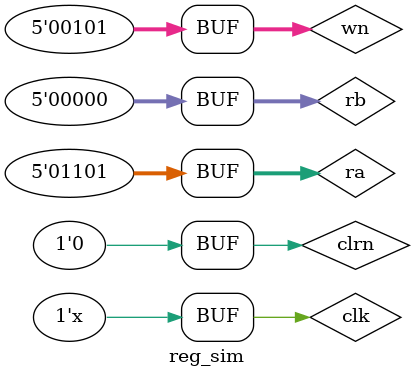
<source format=v>
`timescale 1ns / 1ps


module reg_sim(

       );
reg clrn,clk;
reg [4:0] ra,rb,wn;
reg [31:0]i;
reg32 reg32(
          .clrn(clrn),
          .ra(ra),
          .rb(rb),
          .clk(clk),
          .wn(wn)
      );
initial begin
    wn= 5;
    clrn=0;
    clk=0;
    #1 clrn=1;
    #50 clrn=0;
    ra=0;
    rb=0;
    #70 ra=5'b01101;
end
always #5 clk=~clk;

endmodule

</source>
